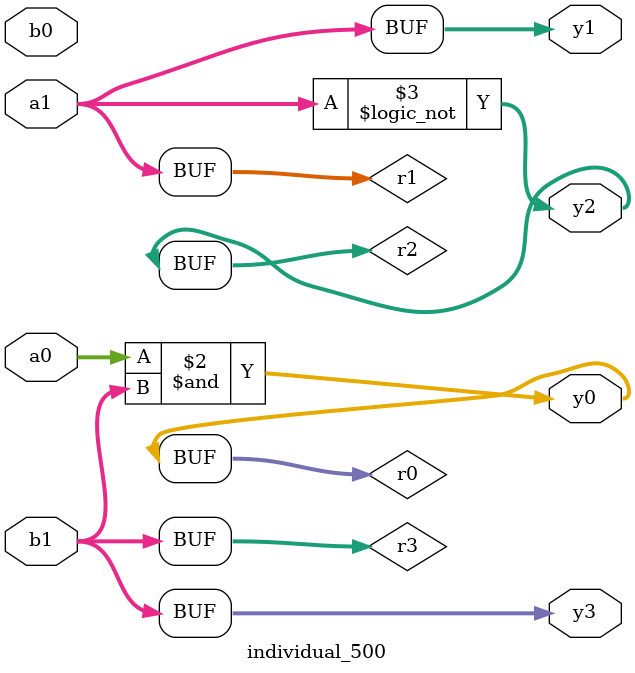
<source format=sv>
module individual_500(input logic [15:0] a1, input logic [15:0] a0, input logic [15:0] b1, input logic [15:0] b0, output logic [15:0] y3, output logic [15:0] y2, output logic [15:0] y1, output logic [15:0] y0);
logic [15:0] r0, r1, r2, r3; 
 always@(*) begin 
	 r0 = a0; r1 = a1; r2 = b0; r3 = b1; 
 	 r0  &=  r3 ;
 	 r2 = ! a1 ;
 	 y3 = r3; y2 = r2; y1 = r1; y0 = r0; 
end
endmodule
</source>
